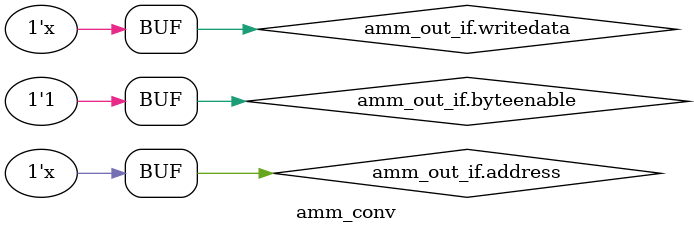
<source format=sv>

/*
  Convert byte Avalon-MM interface into word base interface
*/

module amm_conv (
  avalon_mm_if    amm_in_if,
  avalon_mm_if    amm_out_if
);

assign amm_out_if.address        = amm_in_if.address[31:1] + ( amm_in_if.byteenable[1:0] == 2'b00 );
assign amm_out_if.read           = amm_in_if.read;
assign amm_out_if.byteenable     = '1;
assign amm_out_if.write          = amm_in_if.write;
assign amm_out_if.writedata      = ( amm_in_if.byteenable[1:0] == 2'b00 ) ? amm_in_if.writedata[31:16] : amm_in_if.writedata[15:0];

assign amm_in_if.readdatavalid   = amm_out_if.readdatavalid;
assign amm_in_if.readdata        = ( amm_in_if.byteenable[1:0] == 2'b00 ) ? ( amm_out_if.readdata[15:0] << 16 ) : ( amm_out_if.readdata[15:0] << 0 );
assign amm_in_if.waitrequest     = amm_out_if.waitrequest;

endmodule


</source>
